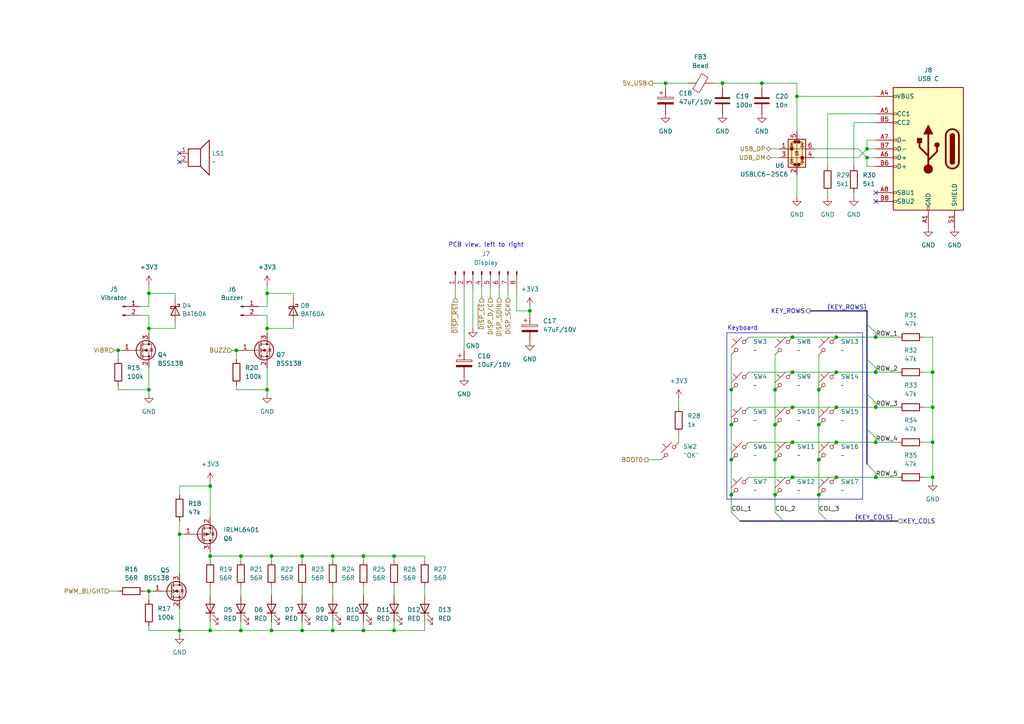
<source format=kicad_sch>
(kicad_sch (version 20231120) (generator "eeschema") (generator_version "8.0")
  (paper "A4")
  (title_block (title "Mainboard replacement for Nokia 3310") (date "23-11-2024") (rev "Rev A") (company "M17 Project") (comment 1 "Wojciech Kaczmarski, SP5WWP"))
  (lib_symbols
    (symbol "Connector:Conn_01x02_Pin" (pin_names (offset 1.016) hide)
      (property "Reference" "J" (at 0 2.54 0))
      (property "Value" "Conn_01x02_Pin" (at 0 -5.08 0))
      (symbol "Conn_01x02_Pin_1_1"
        (pin passive line (at 5.08 0 180) (length 3.81) (name "Pin_1") (number "1"))
        (pin passive line (at 5.08 -2.54 180) (length 3.81) (name "Pin_2") (number "2"))
      )
    )
    (symbol "Connector:Conn_01x08_Pin" (pin_names (offset 1.016) hide)
      (property "Reference" "J" (at 0 10.16 0))
      (property "Value" "Conn_01x08_Pin" (at 0 -12.7 0))
      (symbol "Conn_01x08_Pin_1_1"
        (pin passive line (at 5.08 7.62 180) (length 3.81) (name "Pin_1") (number "1"))
        (pin passive line (at 5.08 5.08 180) (length 3.81) (name "Pin_2") (number "2"))
        (pin passive line (at 5.08 2.54 180) (length 3.81) (name "Pin_3") (number "3"))
        (pin passive line (at 5.08 0 180) (length 3.81) (name "Pin_4") (number "4"))
        (pin passive line (at 5.08 -2.54 180) (length 3.81) (name "Pin_5") (number "5"))
        (pin passive line (at 5.08 -5.08 180) (length 3.81) (name "Pin_6") (number "6"))
        (pin passive line (at 5.08 -7.62 180) (length 3.81) (name "Pin_7") (number "7"))
        (pin passive line (at 5.08 -10.16 180) (length 3.81) (name "Pin_8") (number "8"))
      )
    )
    (symbol "Connector:USB_C_Receptacle_USB2.0_16P" (pin_names (offset 1.016))
      (property "Reference" "J" (at 0 22.225 0))
      (property "Value" "USB_C_Receptacle_USB2.0_16P" (at 0 19.685 0))
      (symbol "USB_C_Receptacle_USB2.0_16P_1_1"
        (pin passive line (at 0 -22.86 90) (length 5.08) (name "GND") (number "A1"))
        (pin passive line (at 0 -22.86 90) (length 5.08) hide (name "GND") (number "A12"))
        (pin passive line (at 15.24 15.24 180) (length 5.08) (name "VBUS") (number "A4"))
        (pin bidirectional line (at 15.24 10.16 180) (length 5.08) (name "CC1") (number "A5"))
        (pin bidirectional line (at 15.24 -2.54 180) (length 5.08) (name "D+") (number "A6"))
        (pin bidirectional line (at 15.24 2.54 180) (length 5.08) (name "D-") (number "A7"))
        (pin bidirectional line (at 15.24 -12.7 180) (length 5.08) (name "SBU1") (number "A8"))
        (pin passive line (at 15.24 15.24 180) (length 5.08) hide (name "VBUS") (number "A9"))
        (pin passive line (at 0 -22.86 90) (length 5.08) hide (name "GND") (number "B1"))
        (pin passive line (at 0 -22.86 90) (length 5.08) hide (name "GND") (number "B12"))
        (pin passive line (at 15.24 15.24 180) (length 5.08) hide (name "VBUS") (number "B4"))
        (pin bidirectional line (at 15.24 7.62 180) (length 5.08) (name "CC2") (number "B5"))
        (pin bidirectional line (at 15.24 -5.08 180) (length 5.08) (name "D+") (number "B6"))
        (pin bidirectional line (at 15.24 0 180) (length 5.08) (name "D-") (number "B7"))
        (pin bidirectional line (at 15.24 -15.24 180) (length 5.08) (name "SBU2") (number "B8"))
        (pin passive line (at 15.24 15.24 180) (length 5.08) hide (name "VBUS") (number "B9"))
        (pin passive line (at -7.62 -22.86 90) (length 5.08) (name "SHIELD") (number "S1"))
      )
    )
    (symbol "Device:C" (pin_numbers hide) (pin_names (offset 0.254))
      (property "Reference" "C" (at 0.635 2.54 0))
      (property "Value" "C" (at 0.635 -2.54 0))
      (symbol "C_1_1"
        (pin passive line (at 0 3.81 270) (length 2.794) (name "~") (number "1"))
        (pin passive line (at 0 -3.81 90) (length 2.794) (name "~") (number "2"))
      )
    )
    (symbol "Device:C_Polarized" (pin_numbers hide) (pin_names (offset 0.254))
      (property "Reference" "C" (at 0.635 2.54 0))
      (property "Value" "C_Polarized" (at 0.635 -2.54 0))
      (symbol "C_Polarized_1_1"
        (pin passive line (at 0 3.81 270) (length 2.794) (name "~") (number "1"))
        (pin passive line (at 0 -3.81 90) (length 2.794) (name "~") (number "2"))
      )
    )
    (symbol "Device:FerriteBead" (pin_numbers hide) (pin_names (offset 0))
      (property "Reference" "FB" (at -3.81 0.635 90))
      (property "Value" "FerriteBead" (at 3.81 0 90))
      (symbol "FerriteBead_1_1"
        (pin passive line (at 0 3.81 270) (length 2.54) (name "~") (number "1"))
        (pin passive line (at 0 -3.81 90) (length 2.54) (name "~") (number "2"))
      )
    )
    (symbol "Device:LED" (pin_numbers hide) (pin_names (offset 1.016) hide)
      (property "Reference" "D" (at 0 2.54 0))
      (property "Value" "LED" (at 0 -2.54 0))
      (symbol "LED_1_1"
        (pin passive line (at -3.81 0 0) (length 2.54) (name "K") (number "1"))
        (pin passive line (at 3.81 0 180) (length 2.54) (name "A") (number "2"))
      )
    )
    (symbol "Device:R" (pin_numbers hide) (pin_names (offset 0))
      (property "Reference" "R" (at 2.032 0 90))
      (property "Value" "R" (at 0 0 90))
      (symbol "R_1_1"
        (pin passive line (at 0 3.81 270) (length 1.27) (name "~") (number "1"))
        (pin passive line (at 0 -3.81 90) (length 1.27) (name "~") (number "2"))
      )
    )
    (symbol "Device:Speaker" (pin_names (offset 0) hide)
      (property "Reference" "LS" (at 1.27 5.715 0))
      (property "Value" "Speaker" (at 1.27 3.81 0))
      (symbol "Speaker_1_1"
        (pin input line (at -5.08 0 0) (length 2.54) (name "1") (number "1"))
        (pin input line (at -5.08 -2.54 0) (length 2.54) (name "2") (number "2"))
      )
    )
    (symbol "Diode:BAT60A" (pin_numbers hide) (pin_names (offset 1.016) hide)
      (property "Reference" "D" (at 0 2.54 0))
      (property "Value" "BAT60A" (at 0 -2.54 0))
      (symbol "BAT60A_1_1"
        (pin passive line (at -3.81 0 0) (length 2.54) (name "K") (number "1"))
        (pin passive line (at 3.81 0 180) (length 2.54) (name "A") (number "2"))
      )
    )
    (symbol "Power_Protection:USBLC6-2SC6" (pin_names hide)
      (property "Reference" "U" (at 0.635 5.715 0))
      (property "Value" "USBLC6-2SC6" (at 0.635 3.81 0))
      (symbol "USBLC6-2SC6_1_1"
        (pin passive line (at -5.08 0 0) (length 2.54) (name "I/O1") (number "1"))
        (pin passive line (at 0 -7.62 90) (length 2.54) (name "GND") (number "2"))
        (pin passive line (at -5.08 -2.54 0) (length 2.54) (name "I/O2") (number "3"))
        (pin passive line (at 5.08 -2.54 180) (length 2.54) (name "I/O2") (number "4"))
        (pin passive line (at 0 5.08 270) (length 2.54) (name "VBUS") (number "5"))
        (pin passive line (at 5.08 0 180) (length 2.54) (name "I/O1") (number "6"))
      )
    )
    (symbol "Switch:SW_Push_45deg" (pin_numbers hide) (pin_names (offset 1.016) hide)
      (property "Reference" "SW" (at 3.048 1.016 0))
      (property "Value" "SW_Push_45deg" (at 0 -3.81 0))
      (symbol "SW_Push_45deg_0_1"
        (pin passive line (at -2.54 2.54 0) (length 0) (name "1") (number "1"))
        (pin passive line (at 2.54 -2.54 180) (length 0) (name "2") (number "2"))
      )
    )
    (symbol "Transistor_FET:BSS138" (pin_names hide)
      (property "Reference" "Q" (at 5.08 1.905 0))
      (property "Value" "BSS138" (at 5.08 0 0))
      (symbol "BSS138_1_1"
        (pin input line (at -5.08 0 0) (length 2.54) (name "G") (number "1"))
        (pin passive line (at 2.54 -5.08 90) (length 2.54) (name "S") (number "2"))
        (pin passive line (at 2.54 5.08 270) (length 2.54) (name "D") (number "3"))
      )
    )
    (symbol "Transistor_FET:IRLML6401" (pin_names hide)
      (property "Reference" "Q" (at 5.08 1.905 0))
      (property "Value" "IRLML6401" (at 5.08 0 0))
      (symbol "IRLML6401_1_1"
        (pin input line (at -5.08 0 0) (length 2.54) (name "G") (number "1"))
        (pin passive line (at 2.54 -5.08 90) (length 2.54) (name "S") (number "2"))
        (pin passive line (at 2.54 5.08 270) (length 2.54) (name "D") (number "3"))
      )
    )
    (symbol "power:+3V3" (power) (pin_numbers hide) (pin_names (offset 0) hide)
      (property "Value" "+3V3" (at 0 3.556 0))
      (symbol "+3V3_1_1"
        (pin power_in line (at 0 0 90) (length 0) (name "~") (number "1"))
      )
    )
    (symbol "power:GND" (power) (pin_numbers hide) (pin_names (offset 0) hide)
      (property "Value" "GND" (at 0 -3.81 0))
      (symbol "GND_1_1"
        (pin power_in line (at 0 0 270) (length 0) (name "~") (number "1"))
      )
    )
  )
  (bus_alias "KEY_COLS" (members "COL_1" "COL_2" "COL_3"))
  (bus_alias "KEY_ROWS" (members "ROW_1" "ROW_2" "ROW_3" "ROW_4" "ROW_5"))
  (junction (at 231.14 27.94))
  (junction (at 87.63 161.29))
  (junction (at 212.09 133.35))
  (junction (at 224.79 143.51))
  (junction (at 77.47 113.03))
  (junction (at 229.87 128.27))
  (junction (at 270.51 128.27))
  (junction (at 237.49 133.35))
  (junction (at 43.18 113.03))
  (junction (at 60.96 140.97))
  (junction (at 69.85 182.88))
  (junction (at 105.41 182.88))
  (junction (at 224.79 133.35))
  (junction (at 212.09 143.51))
  (junction (at 69.85 161.29))
  (junction (at 34.29 101.6))
  (junction (at 209.55 24.13))
  (junction (at 78.74 182.88))
  (junction (at 251.46 45.72))
  (junction (at 212.09 113.03))
  (junction (at 237.49 143.51))
  (junction (at 96.52 161.29))
  (junction (at 254 118.11))
  (junction (at 220.98 24.13))
  (junction (at 270.51 118.11))
  (junction (at 242.57 138.43))
  (junction (at 229.87 107.95))
  (junction (at 77.47 85.09))
  (junction (at 254 97.79))
  (junction (at 78.74 161.29))
  (junction (at 224.79 123.19))
  (junction (at 96.52 182.88))
  (junction (at 77.47 95.25))
  (junction (at 193.04 24.13))
  (junction (at 52.07 154.94))
  (junction (at 251.46 43.18))
  (junction (at 114.3 182.88))
  (junction (at 254 107.95))
  (junction (at 114.3 161.29))
  (junction (at 229.87 97.79))
  (junction (at 237.49 113.03))
  (junction (at 270.51 138.43))
  (junction (at 237.49 123.19))
  (junction (at 43.18 95.25))
  (junction (at 60.96 182.88))
  (junction (at 224.79 113.03))
  (junction (at 87.63 182.88))
  (junction (at 153.67 90.17))
  (junction (at 60.96 161.29))
  (junction (at 212.09 123.19))
  (junction (at 105.41 161.29))
  (junction (at 242.57 107.95))
  (junction (at 254 138.43))
  (junction (at 229.87 118.11))
  (junction (at 242.57 97.79))
  (junction (at 68.58 101.6))
  (junction (at 254 128.27))
  (junction (at 242.57 128.27))
  (junction (at 229.87 138.43))
  (junction (at 43.18 171.45))
  (junction (at 242.57 118.11))
  (junction (at 52.07 182.88))
  (junction (at 270.51 107.95))
  (junction (at 43.18 85.09))
  (no_connect (at 254 58.42))
  (no_connect (at 254 55.88))
  (no_connect (at 52.07 46.99))
  (no_connect (at 52.07 44.45))
  (bus_entry (at 251.46 134.62) (size 2.54 2.54))
  (bus_entry (at 227.33 151.13) (size -2.54 -2.54))
  (bus_entry (at 251.46 93.98) (size 2.54 2.54))
  (bus_entry (at 251.46 114.3) (size 2.54 2.54))
  (bus_entry (at 240.03 151.13) (size -2.54 -2.54))
  (bus_entry (at 251.46 124.46) (size 2.54 2.54))
  (bus_entry (at 214.63 151.13) (size -2.54 -2.54))
  (bus_entry (at 251.46 104.14) (size 2.54 2.54))
  (wire (pts (xy 69.85 182.88) (xy 78.74 182.88)))
  (wire (pts (xy 247.65 55.88) (xy 247.65 57.15)))
  (wire (pts (xy 251.46 40.64) (xy 251.46 43.18)))
  (wire (pts (xy 196.85 115.57) (xy 196.85 118.11)))
  (wire (pts (xy 231.14 24.13) (xy 231.14 27.94)))
  (wire (pts (xy 123.19 182.88) (xy 123.19 180.34)))
  (wire (pts (xy 68.58 111.76) (xy 68.58 113.03)))
  (wire (pts (xy 74.93 91.44) (xy 77.47 91.44)))
  (wire (pts (xy 147.32 86.36) (xy 147.32 83.82)))
  (wire (pts (xy 105.41 161.29) (xy 114.3 161.29)))
  (wire (pts (xy 77.47 113.03) (xy 77.47 114.3)))
  (wire (pts (xy 50.8 86.36) (xy 50.8 85.09)))
  (wire (pts (xy 43.18 95.25) (xy 43.18 96.52)))
  (wire (pts (xy 254 107.95) (xy 260.35 107.95)))
  (wire (pts (xy 142.24 86.36) (xy 142.24 83.82)))
  (wire (pts (xy 78.74 182.88) (xy 87.63 182.88)))
  (wire (pts (xy 248.92 43.18) (xy 251.46 45.72)))
  (wire (pts (xy 231.14 27.94) (xy 231.14 38.1)))
  (wire (pts (xy 207.01 24.13) (xy 209.55 24.13)))
  (wire (pts (xy 247.65 35.56) (xy 254 35.56)))
  (wire (pts (xy 87.63 182.88) (xy 96.52 182.88)))
  (wire (pts (xy 60.96 160.02) (xy 60.96 161.29)))
  (wire (pts (xy 223.52 43.18) (xy 226.06 43.18)))
  (wire (pts (xy 77.47 88.9) (xy 77.47 85.09)))
  (wire (pts (xy 254 106.68) (xy 254 107.95)))
  (wire (pts (xy 242.57 118.11) (xy 254 118.11)))
  (wire (pts (xy 123.19 161.29) (xy 123.19 162.56)))
  (wire (pts (xy 60.96 182.88) (xy 69.85 182.88)))
  (wire (pts (xy 85.09 93.98) (xy 85.09 95.25)))
  (wire (pts (xy 229.87 107.95) (xy 242.57 107.95)))
  (wire (pts (xy 132.08 83.82) (xy 132.08 86.36)))
  (wire (pts (xy 69.85 180.34) (xy 69.85 182.88)))
  (wire (pts (xy 69.85 101.6) (xy 68.58 101.6)))
  (wire (pts (xy 85.09 95.25) (xy 77.47 95.25)))
  (bus (pts (xy 251.46 124.46) (xy 251.46 134.62)))
  (wire (pts (xy 77.47 85.09) (xy 77.47 82.55)))
  (wire (pts (xy 114.3 170.18) (xy 114.3 172.72)))
  (wire (pts (xy 231.14 24.13) (xy 220.98 24.13)))
  (wire (pts (xy 123.19 170.18) (xy 123.19 172.72)))
  (wire (pts (xy 43.18 171.45) (xy 43.18 173.99)))
  (wire (pts (xy 270.51 97.79) (xy 270.51 107.95)))
  (wire (pts (xy 52.07 182.88) (xy 52.07 184.15)))
  (wire (pts (xy 240.03 55.88) (xy 240.03 57.15)))
  (wire (pts (xy 60.96 170.18) (xy 60.96 172.72)))
  (wire (pts (xy 144.78 86.36) (xy 144.78 83.82)))
  (wire (pts (xy 223.52 45.72) (xy 226.06 45.72)))
  (wire (pts (xy 224.79 143.51) (xy 224.79 148.59)))
  (wire (pts (xy 217.17 128.27) (xy 229.87 128.27)))
  (wire (pts (xy 87.63 170.18) (xy 87.63 172.72)))
  (wire (pts (xy 229.87 138.43) (xy 242.57 138.43)))
  (wire (pts (xy 254 96.52) (xy 254 97.79)))
  (wire (pts (xy 251.46 45.72) (xy 254 45.72)))
  (wire (pts (xy 105.41 170.18) (xy 105.41 172.72)))
  (wire (pts (xy 254 116.84) (xy 254 118.11)))
  (wire (pts (xy 212.09 143.51) (xy 212.09 148.59)))
  (wire (pts (xy 247.65 48.26) (xy 247.65 35.56)))
  (wire (pts (xy 224.79 123.19) (xy 224.79 133.35)))
  (wire (pts (xy 105.41 180.34) (xy 105.41 182.88)))
  (wire (pts (xy 69.85 170.18) (xy 69.85 172.72)))
  (wire (pts (xy 212.09 113.03) (xy 212.09 123.19)))
  (wire (pts (xy 43.18 85.09) (xy 43.18 82.55)))
  (wire (pts (xy 60.96 139.7) (xy 60.96 140.97)))
  (wire (pts (xy 87.63 162.56) (xy 87.63 161.29)))
  (bus (pts (xy 251.46 90.17) (xy 251.46 93.98)))
  (wire (pts (xy 212.09 133.35) (xy 212.09 143.51)))
  (wire (pts (xy 43.18 182.88) (xy 52.07 182.88)))
  (wire (pts (xy 105.41 182.88) (xy 114.3 182.88)))
  (wire (pts (xy 242.57 128.27) (xy 254 128.27)))
  (wire (pts (xy 270.51 138.43) (xy 267.97 138.43)))
  (wire (pts (xy 68.58 113.03) (xy 77.47 113.03)))
  (wire (pts (xy 52.07 143.51) (xy 52.07 140.97)))
  (wire (pts (xy 34.29 111.76) (xy 34.29 113.03)))
  (wire (pts (xy 114.3 162.56) (xy 114.3 161.29)))
  (wire (pts (xy 153.67 90.17) (xy 149.86 90.17)))
  (wire (pts (xy 33.02 101.6) (xy 34.29 101.6)))
  (wire (pts (xy 237.49 102.87) (xy 237.49 113.03)))
  (bus (pts (xy 251.46 114.3) (xy 251.46 124.46)))
  (wire (pts (xy 224.79 102.87) (xy 224.79 113.03)))
  (wire (pts (xy 52.07 182.88) (xy 60.96 182.88)))
  (wire (pts (xy 254 97.79) (xy 260.35 97.79)))
  (wire (pts (xy 31.75 171.45) (xy 34.29 171.45)))
  (wire (pts (xy 270.51 118.11) (xy 270.51 128.27)))
  (wire (pts (xy 224.79 133.35) (xy 224.79 143.51)))
  (wire (pts (xy 187.96 133.35) (xy 191.77 133.35)))
  (wire (pts (xy 78.74 161.29) (xy 78.74 162.56)))
  (wire (pts (xy 52.07 151.13) (xy 52.07 154.94)))
  (bus (pts (xy 240.03 151.13) (xy 260.35 151.13)))
  (bus (pts (xy 251.46 104.14) (xy 251.46 114.3)))
  (wire (pts (xy 34.29 113.03) (xy 43.18 113.03)))
  (wire (pts (xy 149.86 90.17) (xy 149.86 83.82)))
  (wire (pts (xy 254 33.02) (xy 240.03 33.02)))
  (wire (pts (xy 40.64 91.44) (xy 43.18 91.44)))
  (wire (pts (xy 254 40.64) (xy 251.46 40.64)))
  (wire (pts (xy 96.52 180.34) (xy 96.52 182.88)))
  (wire (pts (xy 43.18 181.61) (xy 43.18 182.88)))
  (wire (pts (xy 134.62 83.82) (xy 134.62 101.6)))
  (wire (pts (xy 209.55 25.4) (xy 209.55 24.13)))
  (wire (pts (xy 217.17 118.11) (xy 229.87 118.11)))
  (wire (pts (xy 74.93 88.9) (xy 77.47 88.9)))
  (bus (pts (xy 251.46 93.98) (xy 251.46 104.14)))
  (wire (pts (xy 217.17 97.79) (xy 229.87 97.79)))
  (wire (pts (xy 254 128.27) (xy 260.35 128.27)))
  (wire (pts (xy 60.96 161.29) (xy 60.96 162.56)))
  (wire (pts (xy 114.3 161.29) (xy 123.19 161.29)))
  (wire (pts (xy 237.49 143.51) (xy 237.49 148.59)))
  (wire (pts (xy 43.18 113.03) (xy 43.18 114.3)))
  (wire (pts (xy 43.18 106.68) (xy 43.18 113.03)))
  (wire (pts (xy 212.09 123.19) (xy 212.09 133.35)))
  (wire (pts (xy 153.67 90.17) (xy 153.67 91.44)))
  (wire (pts (xy 240.03 33.02) (xy 240.03 48.26)))
  (wire (pts (xy 209.55 24.13) (xy 220.98 24.13)))
  (wire (pts (xy 251.46 43.18) (xy 248.92 45.72)))
  (wire (pts (xy 254 118.11) (xy 260.35 118.11)))
  (wire (pts (xy 217.17 107.95) (xy 229.87 107.95)))
  (wire (pts (xy 212.09 102.87) (xy 212.09 113.03)))
  (wire (pts (xy 254 137.16) (xy 254 138.43)))
  (wire (pts (xy 236.22 45.72) (xy 248.92 45.72)))
  (wire (pts (xy 96.52 161.29) (xy 105.41 161.29)))
  (wire (pts (xy 77.47 95.25) (xy 77.47 96.52)))
  (wire (pts (xy 267.97 128.27) (xy 270.51 128.27)))
  (wire (pts (xy 78.74 180.34) (xy 78.74 182.88)))
  (wire (pts (xy 52.07 176.53) (xy 52.07 182.88)))
  (wire (pts (xy 41.91 171.45) (xy 43.18 171.45)))
  (wire (pts (xy 242.57 107.95) (xy 254 107.95)))
  (wire (pts (xy 43.18 88.9) (xy 43.18 85.09)))
  (wire (pts (xy 44.45 171.45) (xy 43.18 171.45)))
  (wire (pts (xy 242.57 97.79) (xy 254 97.79)))
  (wire (pts (xy 254 138.43) (xy 260.35 138.43)))
  (wire (pts (xy 87.63 180.34) (xy 87.63 182.88)))
  (wire (pts (xy 237.49 123.19) (xy 237.49 133.35)))
  (wire (pts (xy 69.85 162.56) (xy 69.85 161.29)))
  (wire (pts (xy 114.3 180.34) (xy 114.3 182.88)))
  (wire (pts (xy 77.47 106.68) (xy 77.47 113.03)))
  (wire (pts (xy 224.79 113.03) (xy 224.79 123.19)))
  (wire (pts (xy 52.07 154.94) (xy 52.07 166.37)))
  (wire (pts (xy 52.07 140.97) (xy 60.96 140.97)))
  (wire (pts (xy 199.39 24.13) (xy 193.04 24.13)))
  (wire (pts (xy 267.97 97.79) (xy 270.51 97.79)))
  (wire (pts (xy 60.96 161.29) (xy 69.85 161.29)))
  (wire (pts (xy 267.97 118.11) (xy 270.51 118.11)))
  (bus (pts (xy 234.95 90.17) (xy 251.46 90.17)))
  (wire (pts (xy 114.3 182.88) (xy 123.19 182.88)))
  (wire (pts (xy 43.18 85.09) (xy 50.8 85.09)))
  (wire (pts (xy 236.22 43.18) (xy 248.92 43.18)))
  (bus (pts (xy 214.63 151.13) (xy 227.33 151.13)))
  (wire (pts (xy 251.46 43.18) (xy 254 43.18)))
  (wire (pts (xy 270.51 128.27) (xy 270.51 138.43)))
  (wire (pts (xy 105.41 162.56) (xy 105.41 161.29)))
  (wire (pts (xy 229.87 118.11) (xy 242.57 118.11)))
  (wire (pts (xy 52.07 154.94) (xy 53.34 154.94)))
  (wire (pts (xy 60.96 180.34) (xy 60.96 182.88)))
  (wire (pts (xy 237.49 133.35) (xy 237.49 143.51)))
  (wire (pts (xy 153.67 88.9) (xy 153.67 90.17)))
  (wire (pts (xy 139.7 83.82) (xy 139.7 86.36)))
  (wire (pts (xy 96.52 161.29) (xy 96.52 162.56)))
  (wire (pts (xy 96.52 182.88) (xy 105.41 182.88)))
  (wire (pts (xy 77.47 91.44) (xy 77.47 95.25)))
  (wire (pts (xy 270.51 138.43) (xy 270.51 139.7)))
  (wire (pts (xy 43.18 91.44) (xy 43.18 95.25)))
  (wire (pts (xy 254 27.94) (xy 231.14 27.94)))
  (wire (pts (xy 87.63 161.29) (xy 96.52 161.29)))
  (wire (pts (xy 69.85 161.29) (xy 78.74 161.29)))
  (wire (pts (xy 96.52 170.18) (xy 96.52 172.72)))
  (wire (pts (xy 231.14 50.8) (xy 231.14 57.15)))
  (wire (pts (xy 50.8 93.98) (xy 50.8 95.25)))
  (wire (pts (xy 78.74 161.29) (xy 87.63 161.29)))
  (wire (pts (xy 220.98 24.13) (xy 220.98 25.4)))
  (wire (pts (xy 85.09 86.36) (xy 85.09 85.09)))
  (wire (pts (xy 35.56 101.6) (xy 34.29 101.6)))
  (wire (pts (xy 60.96 140.97) (xy 60.96 149.86)))
  (wire (pts (xy 78.74 170.18) (xy 78.74 172.72)))
  (wire (pts (xy 50.8 95.25) (xy 43.18 95.25)))
  (wire (pts (xy 270.51 107.95) (xy 270.51 118.11)))
  (wire (pts (xy 254 127) (xy 254 128.27)))
  (wire (pts (xy 251.46 48.26) (xy 251.46 45.72)))
  (wire (pts (xy 34.29 101.6) (xy 34.29 104.14)))
  (wire (pts (xy 193.04 24.13) (xy 193.04 25.4)))
  (wire (pts (xy 242.57 138.43) (xy 254 138.43)))
  (wire (pts (xy 254 48.26) (xy 251.46 48.26)))
  (wire (pts (xy 77.47 85.09) (xy 85.09 85.09)))
  (wire (pts (xy 68.58 101.6) (xy 68.58 104.14)))
  (wire (pts (xy 229.87 128.27) (xy 242.57 128.27)))
  (wire (pts (xy 237.49 113.03) (xy 237.49 123.19)))
  (wire (pts (xy 67.31 101.6) (xy 68.58 101.6)))
  (bus (pts (xy 240.03 151.13) (xy 227.33 151.13)))
  (wire (pts (xy 196.85 125.73) (xy 196.85 128.27)))
  (wire (pts (xy 217.17 138.43) (xy 229.87 138.43)))
  (wire (pts (xy 229.87 97.79) (xy 242.57 97.79)))
  (wire (pts (xy 267.97 107.95) (xy 270.51 107.95)))
  (wire (pts (xy 189.23 24.13) (xy 193.04 24.13)))
  (wire (pts (xy 40.64 88.9) (xy 43.18 88.9)))
  (wire (pts (xy 137.16 95.25) (xy 137.16 83.82)))
  (rectangle (start 210.82 96.52) (end 250.19 144.78))
  (text "Keyboard" (at 215.392 95.25 0) (effects (font (size 1.27 1.27))))
  (text "PCB view, left to right" (at 140.97 71.12 0) (effects (font (size 1.27 1.27))))
  (label "ROW_3" (at 254 118.11 0))
  (label "ROW_2" (at 254 107.95 0))
  (label "{KEY_COLS}" (at 259.08 151.13 180))
  (label "ROW_4" (at 254 128.27 0))
  (label "COL_3" (at 237.49 148.59 0))
  (label "ROW_5" (at 254 138.43 0))
  (label "{KEY_ROWS}" (at 251.46 90.17 180))
  (label "COL_2" (at 224.79 148.59 0))
  (label "COL_1" (at 212.09 148.59 0))
  (label "ROW_1" (at 254 97.79 0))
  (hierarchical_label "USB_DP" (shape bidirectional) (at 223.52 43.18 180))
  (hierarchical_label "DISP_D{slash}C" (shape input) (at 142.24 86.36 270))
  (hierarchical_label "BUZZ" (shape input) (at 67.31 101.6 180))
  (hierarchical_label "UDB_DM" (shape bidirectional) (at 223.52 45.72 180))
  (hierarchical_label "KEY_ROWS" (shape output) (at 234.95 90.17 180))
  (hierarchical_label "BOOT0" (shape output) (at 187.96 133.35 180))
  (hierarchical_label "DISP_SCK" (shape input) (at 147.32 86.36 270))
  (hierarchical_label "KEY_COLS" (shape input) (at 260.35 151.13 0))
  (hierarchical_label "~{DISP_RST}" (shape input) (at 132.08 86.36 270))
  (hierarchical_label "5V_USB" (shape output) (at 189.23 24.13 180))
  (hierarchical_label "DISP_SDIN" (shape input) (at 144.78 86.36 270))
  (hierarchical_label "PWM_BLIGHT" (shape input) (at 31.75 171.45 180))
  (hierarchical_label "~{DISP_CE}" (shape input) (at 139.7 86.36 270))
  (hierarchical_label "VIBR" (shape input) (at 33.02 101.6 180))
  (symbol (lib_id "Switch:SW_Push_45deg") (at 214.63 130.81 90) (unit 1) (in_bom no)
    (property "Reference" "SW6" (at 218.44 129.5399 90) (effects (justify right)))
    (property "Value" "~" (at 218.44 132.0799 90) (effects (justify right)))
    (property "Footprint" "Parts:3310_key" (effects (hide yes)))
    (property "Description" "Push button switch, normally open, two pins, 45° tilted" (effects (hide yes)))
  )
  (symbol (lib_id "power:GND") (at 276.86 66.04 0) (unit 1)
    (property "Reference" "#PWR067" (effects (hide yes)))
    (property "Value" "GND" (at 276.86 71.12 0))
    (property "Description" "Power symbol creates a global label with name \"GND\" , ground" (effects (hide yes)))
  )
  (symbol (lib_id "Transistor_FET:BSS138") (at 74.93 101.6 0) (unit 1)
    (property "Reference" "Q7" (at 80.01 102.87 0) (effects (justify left)))
    (property "Value" "BSS138" (at 80.01 105.41 0) (effects (justify left)))
    (property "Footprint" "Package_TO_SOT_SMD:SOT-23" (effects (hide yes)))
    (property "Datasheet" "https://www.onsemi.com/pub/Collateral/BSS138-D.PDF" (effects (hide yes)))
    (property "Description" "50V Vds, 0.22A Id, N-Channel MOSFET, SOT-23" (effects (hide yes)))
    (property "MPN" "771-BSS138P215" (effects (hide yes)))
    (property "PN" "771-BSS138P215" (effects (hide yes)))
  )
  (symbol (lib_id "power:GND") (at 220.98 33.02 0) (unit 1)
    (property "Reference" "#PWR061" (effects (hide yes)))
    (property "Value" "GND" (at 220.98 38.1 0))
    (property "Description" "Power symbol creates a global label with name \"GND\" , ground" (effects (hide yes)))
  )
  (symbol (lib_id "Device:LED") (at 60.96 176.53 90) (unit 1)
    (property "Reference" "D5" (at 64.77 176.8474 90) (effects (justify right)))
    (property "Value" "RED" (at 64.77 179.3874 90) (effects (justify right)))
    (property "Footprint" "Parts:3310_led" (effects (hide yes)))
    (property "Description" "Light emitting diode" (effects (hide yes)))
    (property "MPN" "743-IN-S124ARUR" (effects (hide yes)))
    (property "PN" "743-IN-S124ARUR" (effects (hide yes)))
  )
  (symbol (lib_id "Switch:SW_Push_45deg") (at 227.33 130.81 90) (unit 1) (in_bom no)
    (property "Reference" "SW11" (at 231.14 129.5399 90) (effects (justify right)))
    (property "Value" "~" (at 231.14 132.0799 90) (effects (justify right)))
    (property "Footprint" "Parts:3310_key" (effects (hide yes)))
    (property "Description" "Push button switch, normally open, two pins, 45° tilted" (effects (hide yes)))
  )
  (symbol (lib_id "Device:R") (at 38.1 171.45 90) (unit 1)
    (property "Reference" "R16" (at 38.1 165.1 90))
    (property "Value" "56R" (at 38.1 167.64 90))
    (property "Footprint" "Resistor_SMD:R_0402_1005Metric" (effects (hide yes)))
    (property "Description" "Resistor" (effects (hide yes)))
    (property "PN" "667-ERJ-2GEJ560X" (effects (hide yes)))
    (property "MPN" "667-ERJ-2GEJ560X" (effects (hide yes)))
  )
  (symbol (lib_id "Device:LED") (at 105.41 176.53 90) (unit 1)
    (property "Reference" "D11" (at 109.22 176.8474 90) (effects (justify right)))
    (property "Value" "RED" (at 109.22 179.3874 90) (effects (justify right)))
    (property "Footprint" "Parts:3310_led" (effects (hide yes)))
    (property "Description" "Light emitting diode" (effects (hide yes)))
    (property "MPN" "743-IN-S124ARUR" (effects (hide yes)))
    (property "PN" "743-IN-S124ARUR" (effects (hide yes)))
  )
  (symbol (lib_id "Switch:SW_Push_45deg") (at 227.33 110.49 90) (unit 1) (in_bom no)
    (property "Reference" "SW9" (at 231.14 109.2199 90) (effects (justify right)))
    (property "Value" "~" (at 231.14 111.7599 90) (effects (justify right)))
    (property "Footprint" "Parts:3310_key" (effects (hide yes)))
    (property "Description" "Push button switch, normally open, two pins, 45° tilted" (effects (hide yes)))
  )
  (symbol (lib_id "power:+3V3") (at 60.96 139.7 0) (unit 1)
    (property "Reference" "#PWR051" (effects (hide yes)))
    (property "Value" "+3V3" (at 60.96 134.62 0))
    (property "Description" "Power symbol creates a global label with name \"+3V3\"" (effects (hide yes)))
  )
  (symbol (lib_id "Device:R") (at 78.74 166.37 0) (unit 1)
    (property "Reference" "R22" (at 81.28 165.0999 0) (effects (justify left)))
    (property "Value" "56R" (at 81.28 167.6399 0) (effects (justify left)))
    (property "Footprint" "Resistor_SMD:R_0402_1005Metric" (effects (hide yes)))
    (property "Description" "Resistor" (effects (hide yes)))
    (property "PN" "667-ERJ-2GEJ560X" (effects (hide yes)))
    (property "MPN" "667-ERJ-2GEJ560X" (effects (hide yes)))
  )
  (symbol (lib_id "Device:LED") (at 114.3 176.53 90) (unit 1)
    (property "Reference" "D12" (at 118.11 176.8474 90) (effects (justify right)))
    (property "Value" "RED" (at 118.11 179.3874 90) (effects (justify right)))
    (property "Footprint" "Parts:3310_led" (effects (hide yes)))
    (property "Description" "Light emitting diode" (effects (hide yes)))
    (property "MPN" "743-IN-S124ARUR" (effects (hide yes)))
    (property "PN" "743-IN-S124ARUR" (effects (hide yes)))
  )
  (symbol (lib_id "power:GND") (at 134.62 109.22 0) (unit 1)
    (property "Reference" "#PWR054" (effects (hide yes)))
    (property "Value" "GND" (at 134.62 114.3 0))
    (property "Description" "Power symbol creates a global label with name \"GND\" , ground" (effects (hide yes)))
  )
  (symbol (lib_id "Device:R") (at 264.16 97.79 270) (unit 1)
    (property "Reference" "R31" (at 264.16 91.44 90))
    (property "Value" "47k" (at 264.16 93.98 90))
    (property "Footprint" "Resistor_SMD:R_0402_1005Metric" (effects (hide yes)))
    (property "Description" "Resistor" (effects (hide yes)))
    (property "PN" "652-CR0402JW-473GLF" (effects (hide yes)))
    (property "MPN" "652-CR0402JW-473GLF" (effects (hide yes)))
  )
  (symbol (lib_id "power:GND") (at 231.14 57.15 0) (unit 1)
    (property "Reference" "#PWR062" (effects (hide yes)))
    (property "Value" "GND" (at 231.14 62.23 0))
    (property "Description" "Power symbol creates a global label with name \"GND\" , ground" (effects (hide yes)))
  )
  (symbol (lib_id "Connector:Conn_01x08_Pin") (at 139.7 78.74 90) (mirror x) (unit 1) (in_bom no)
    (property "Reference" "J7" (at 140.97 73.66 90))
    (property "Value" "Display" (at 140.97 76.2 90))
    (property "Footprint" "Parts:3310_display" (effects (hide yes)))
    (property "Description" "Generic connector, single row, 01x08, script generated" (effects (hide yes)))
  )
  (symbol (lib_id "Device:R") (at 96.52 166.37 0) (unit 1)
    (property "Reference" "R24" (at 99.06 165.0999 0) (effects (justify left)))
    (property "Value" "56R" (at 99.06 167.6399 0) (effects (justify left)))
    (property "Footprint" "Resistor_SMD:R_0402_1005Metric" (effects (hide yes)))
    (property "Description" "Resistor" (effects (hide yes)))
    (property "PN" "667-ERJ-2GEJ560X" (effects (hide yes)))
    (property "MPN" "667-ERJ-2GEJ560X" (effects (hide yes)))
  )
  (symbol (lib_id "Device:R") (at 247.65 52.07 0) (unit 1)
    (property "Reference" "R30" (at 250.19 50.7999 0) (effects (justify left)))
    (property "Value" "5k1" (at 250.19 53.3399 0) (effects (justify left)))
    (property "Footprint" "Resistor_SMD:R_0402_1005Metric" (effects (hide yes)))
    (property "Description" "Resistor" (effects (hide yes)))
    (property "PN" "660-RK73B1ETTP512J" (effects (hide yes)))
    (property "MPN" "660-RK73B1ETTP512J" (effects (hide yes)))
  )
  (symbol (lib_id "Power_Protection:USBLC6-2SC6") (at 231.14 43.18 0) (unit 1)
    (property "Reference" "U6" (at 224.79 48.006 0) (effects (justify left)))
    (property "Value" "USBLC6-2SC6" (at 214.63 50.546 0) (effects (justify left)))
    (property "Footprint" "Package_TO_SOT_SMD:SOT-23-6" (effects (hide yes)))
    (property "Datasheet" "https://www.st.com/resource/en/datasheet/usblc6-2.pdf" (effects (hide yes)))
    (property "Description" "Very low capacitance ESD protection diode, 2 data-line, SOT-23-6" (effects (hide yes)))
    (property "PN" "511-USBLC6-2SC6" (effects (hide yes)))
    (property "MPN" "511-USBLC6-2SC6" (effects (hide yes)))
  )
  (symbol (lib_id "power:GND") (at 137.16 95.25 0) (unit 1)
    (property "Reference" "#PWR055" (effects (hide yes)))
    (property "Value" "GND" (at 137.16 100.33 0))
    (property "Description" "Power symbol creates a global label with name \"GND\" , ground" (effects (hide yes)))
  )
  (symbol (lib_id "Switch:SW_Push_45deg") (at 214.63 100.33 90) (unit 1) (in_bom no)
    (property "Reference" "SW3" (at 218.44 99.0599 90) (effects (justify right)))
    (property "Value" "~" (at 218.44 101.5999 90) (effects (justify right)))
    (property "Footprint" "Parts:3310_key" (effects (hide yes)))
    (property "Description" "Push button switch, normally open, two pins, 45° tilted" (effects (hide yes)))
  )
  (symbol (lib_id "Switch:SW_Push_45deg") (at 214.63 110.49 90) (unit 1) (in_bom no)
    (property "Reference" "SW4" (at 218.44 109.2199 90) (effects (justify right)))
    (property "Value" "~" (at 218.44 111.7599 90) (effects (justify right)))
    (property "Footprint" "Parts:3310_key" (effects (hide yes)))
    (property "Description" "Push button switch, normally open, two pins, 45° tilted" (effects (hide yes)))
  )
  (symbol (lib_id "Switch:SW_Push_45deg") (at 214.63 140.97 90) (unit 1) (in_bom no)
    (property "Reference" "SW7" (at 218.44 139.6999 90) (effects (justify right)))
    (property "Value" "~" (at 218.44 142.2399 90) (effects (justify right)))
    (property "Footprint" "Parts:3310_key" (effects (hide yes)))
    (property "Description" "Push button switch, normally open, two pins, 45° tilted" (effects (hide yes)))
  )
  (symbol (lib_id "Switch:SW_Push_45deg") (at 240.03 130.81 90) (unit 1) (in_bom no)
    (property "Reference" "SW16" (at 243.84 129.5399 90) (effects (justify right)))
    (property "Value" "~" (at 243.84 132.0799 90) (effects (justify right)))
    (property "Footprint" "Parts:3310_key_gap" (effects (hide yes)))
    (property "Description" "Push button switch, normally open, two pins, 45° tilted" (effects (hide yes)))
  )
  (symbol (lib_id "Switch:SW_Push_45deg") (at 227.33 120.65 90) (unit 1) (in_bom no)
    (property "Reference" "SW10" (at 231.14 119.3799 90) (effects (justify right)))
    (property "Value" "~" (at 231.14 121.9199 90) (effects (justify right)))
    (property "Footprint" "Parts:3310_key" (effects (hide yes)))
    (property "Description" "Push button switch, normally open, two pins, 45° tilted" (effects (hide yes)))
  )
  (symbol (lib_id "Device:C_Polarized") (at 193.04 29.21 0) (unit 1)
    (property "Reference" "C18" (at 196.85 27.0509 0) (effects (justify left)))
    (property "Value" "47uF/10V" (at 196.85 29.5909 0) (effects (justify left)))
    (property "Footprint" "Capacitor_Tantalum_SMD:CP_EIA-3528-21_Kemet-B" (effects (hide yes)))
    (property "Description" "Polarized capacitor" (effects (hide yes)))
    (property "PN" "74-293D476X9010B2TE3" (effects (hide yes)))
    (property "MPN" "74-293D476X9010B2TE3" (effects (hide yes)))
  )
  (symbol (lib_id "Switch:SW_Push_45deg") (at 214.63 120.65 90) (unit 1) (in_bom no)
    (property "Reference" "SW5" (at 218.44 119.3799 90) (effects (justify right)))
    (property "Value" "~" (at 218.44 121.9199 90) (effects (justify right)))
    (property "Footprint" "Parts:3310_key" (effects (hide yes)))
    (property "Description" "Push button switch, normally open, two pins, 45° tilted" (effects (hide yes)))
  )
  (symbol (lib_id "Device:R") (at 105.41 166.37 0) (unit 1)
    (property "Reference" "R25" (at 107.95 165.0999 0) (effects (justify left)))
    (property "Value" "56R" (at 107.95 167.6399 0) (effects (justify left)))
    (property "Footprint" "Resistor_SMD:R_0402_1005Metric" (effects (hide yes)))
    (property "Description" "Resistor" (effects (hide yes)))
    (property "PN" "667-ERJ-2GEJ560X" (effects (hide yes)))
    (property "MPN" "667-ERJ-2GEJ560X" (effects (hide yes)))
  )
  (symbol (lib_id "Device:R") (at 34.29 107.95 180) (unit 1)
    (property "Reference" "R15" (at 36.7904 106.6799 0) (effects (justify right)))
    (property "Value" "100k" (at 36.7904 109.2199 0) (effects (justify right)))
    (property "Footprint" "Resistor_SMD:R_0402_1005Metric" (effects (hide yes)))
    (property "Description" "Resistor" (effects (hide yes)))
    (property "PN" "603-RC0402JR-13100KL" (effects (hide yes)))
    (property "MPN" "603-RC0402JR-13100KL" (effects (hide yes)))
  )
  (symbol (lib_id "power:+3V3") (at 153.67 88.9 0) (unit 1)
    (property "Reference" "#PWR056" (effects (hide yes)))
    (property "Value" "+3V3" (at 153.67 83.82 0))
    (property "Description" "Power symbol creates a global label with name \"+3V3\"" (effects (hide yes)))
  )
  (symbol (lib_id "Device:C_Polarized") (at 134.62 105.41 0) (unit 1)
    (property "Reference" "C16" (at 138.43 103.2509 0) (effects (justify left)))
    (property "Value" "10uF/10V" (at 138.43 105.7909 0) (effects (justify left)))
    (property "Footprint" "Capacitor_Tantalum_SMD:CP_EIA-3528-21_Kemet-B" (effects (hide yes)))
    (property "Description" "Polarized capacitor" (effects (hide yes)))
    (property "PN" "581-TAJB106K010SNJ" (effects (hide yes)))
    (property "MPN" "581-TAJB106K010SNJ" (effects (hide yes)))
  )
  (symbol (lib_id "Diode:BAT60A") (at 85.09 90.17 270) (unit 1)
    (property "Reference" "D8" (at 87.122 88.6403 90) (effects (justify left)))
    (property "Value" "BAT60A" (at 87.122 91.0646 90) (effects (justify left)))
    (property "Footprint" "Diode_SMD:D_SOD-323" (effects (hide yes)))
    (property "Datasheet" "https://www.infineon.com/dgdl/Infineon-BAT60ASERIES-DS-v01_01-en.pdf?fileId=db3a304313d846880113def70c9304a9" (effects (hide yes)))
    (property "Description" "10V 3A High Current Recitifier Schottky Diode, SOD-323" (effects (hide yes)))
    (property "PN" "726-BAT60AE6327HTSA1" (effects (hide yes)))
    (property "MPN" "726-BAT60AE6327HTSA1" (effects (hide yes)))
  )
  (symbol (lib_id "power:+3V3") (at 43.18 82.55 0) (unit 1)
    (property "Reference" "#PWR048" (effects (hide yes)))
    (property "Value" "+3V3" (at 43.18 77.47 0))
    (property "Description" "Power symbol creates a global label with name \"+3V3\"" (effects (hide yes)))
  )
  (symbol (lib_id "power:GND") (at 193.04 33.02 0) (unit 1)
    (property "Reference" "#PWR058" (effects (hide yes)))
    (property "Value" "GND" (at 193.04 38.1 0))
    (property "Description" "Power symbol creates a global label with name \"GND\" , ground" (effects (hide yes)))
  )
  (symbol (lib_id "power:+3V3") (at 196.85 115.57 0) (unit 1)
    (property "Reference" "#PWR059" (effects (hide yes)))
    (property "Value" "+3V3" (at 196.85 110.49 0))
    (property "Description" "Power symbol creates a global label with name \"+3V3\"" (effects (hide yes)))
  )
  (symbol (lib_id "Transistor_FET:IRLML6401") (at 58.42 154.94 0) (mirror x) (unit 1)
    (property "Reference" "Q6" (at 64.77 156.2101 0) (effects (justify left)))
    (property "Value" "IRLML6401" (at 64.77 153.6701 0) (effects (justify left)))
    (property "Footprint" "Package_TO_SOT_SMD:SOT-23" (effects (hide yes)))
    (property "Datasheet" "https://www.infineon.com/dgdl/irlml6401pbf.pdf?fileId=5546d462533600a401535668b96d2634" (effects (hide yes)))
    (property "Description" "-4.3A Id, -12V Vds, 50mOhm Rds, P-Channel HEXFET Power MOSFET, SOT-23" (effects (hide yes)))
    (property "MPN" "942-IRLML6401TRPBF" (effects (hide yes)))
    (property "PN" "942-IRLML6401TRPBF" (effects (hide yes)))
  )
  (symbol (lib_id "power:+3V3") (at 77.47 82.55 0) (unit 1)
    (property "Reference" "#PWR052" (effects (hide yes)))
    (property "Value" "+3V3" (at 77.47 77.47 0))
    (property "Description" "Power symbol creates a global label with name \"+3V3\"" (effects (hide yes)))
  )
  (symbol (lib_id "Device:LED") (at 69.85 176.53 90) (unit 1)
    (property "Reference" "D6" (at 73.66 176.8474 90) (effects (justify right)))
    (property "Value" "RED" (at 73.66 179.3874 90) (effects (justify right)))
    (property "Footprint" "Parts:3310_led" (effects (hide yes)))
    (property "Description" "Light emitting diode" (effects (hide yes)))
    (property "MPN" "743-IN-S124ARUR" (effects (hide yes)))
    (property "PN" "743-IN-S124ARUR" (effects (hide yes)))
  )
  (symbol (lib_id "power:GND") (at 240.03 57.15 0) (unit 1)
    (property "Reference" "#PWR063" (effects (hide yes)))
    (property "Value" "GND" (at 240.03 62.23 0))
    (property "Description" "Power symbol creates a global label with name \"GND\" , ground" (effects (hide yes)))
  )
  (symbol (lib_id "Device:LED") (at 123.19 176.53 90) (unit 1)
    (property "Reference" "D13" (at 127 176.8474 90) (effects (justify right)))
    (property "Value" "RED" (at 127 179.3874 90) (effects (justify right)))
    (property "Footprint" "Parts:3310_led" (effects (hide yes)))
    (property "Description" "Light emitting diode" (effects (hide yes)))
    (property "MPN" "743-IN-S124ARUR" (effects (hide yes)))
    (property "PN" "743-IN-S124ARUR" (effects (hide yes)))
  )
  (symbol (lib_id "Device:R") (at 69.85 166.37 0) (unit 1)
    (property "Reference" "R21" (at 72.39 165.0999 0) (effects (justify left)))
    (property "Value" "56R" (at 72.39 167.6399 0) (effects (justify left)))
    (property "Footprint" "Resistor_SMD:R_0402_1005Metric" (effects (hide yes)))
    (property "Description" "Resistor" (effects (hide yes)))
    (property "PN" "667-ERJ-2GEJ560X" (effects (hide yes)))
    (property "MPN" "667-ERJ-2GEJ560X" (effects (hide yes)))
  )
  (symbol (lib_id "Device:R") (at 264.16 118.11 270) (unit 1)
    (property "Reference" "R33" (at 264.16 111.76 90))
    (property "Value" "47k" (at 264.16 114.3 90))
    (property "Footprint" "Resistor_SMD:R_0402_1005Metric" (effects (hide yes)))
    (property "Description" "Resistor" (effects (hide yes)))
    (property "PN" "652-CR0402JW-473GLF" (effects (hide yes)))
    (property "MPN" "652-CR0402JW-473GLF" (effects (hide yes)))
  )
  (symbol (lib_id "Device:C") (at 220.98 29.21 0) (unit 1)
    (property "Reference" "C20" (at 224.79 27.9399 0) (effects (justify left)))
    (property "Value" "10n" (at 224.79 30.4799 0) (effects (justify left)))
    (property "Footprint" "Capacitor_SMD:C_0402_1005Metric" (effects (hide yes)))
    (property "Description" "Unpolarized capacitor" (effects (hide yes)))
    (property "PN" "77-VJ0402Y103KCAAC" (effects (hide yes)))
    (property "MPN" "77-VJ0402Y103KCAAC" (effects (hide yes)))
  )
  (symbol (lib_id "Device:R") (at 264.16 138.43 270) (unit 1)
    (property "Reference" "R35" (at 264.16 132.08 90))
    (property "Value" "47k" (at 264.16 134.62 90))
    (property "Footprint" "Resistor_SMD:R_0402_1005Metric" (effects (hide yes)))
    (property "Description" "Resistor" (effects (hide yes)))
    (property "PN" "652-CR0402JW-473GLF" (effects (hide yes)))
    (property "MPN" "652-CR0402JW-473GLF" (effects (hide yes)))
  )
  (symbol (lib_id "power:GND") (at 43.18 114.3 0) (unit 1)
    (property "Reference" "#PWR049" (effects (hide yes)))
    (property "Value" "GND" (at 43.18 119.38 0))
    (property "Description" "Power symbol creates a global label with name \"GND\" , ground" (effects (hide yes)))
  )
  (symbol (lib_id "power:GND") (at 269.24 66.04 0) (unit 1)
    (property "Reference" "#PWR065" (effects (hide yes)))
    (property "Value" "GND" (at 269.24 71.12 0))
    (property "Description" "Power symbol creates a global label with name \"GND\" , ground" (effects (hide yes)))
  )
  (symbol (lib_id "Device:Speaker") (at 57.15 44.45 0) (unit 1) (in_bom no)
    (property "Reference" "LS1" (at 61.468 44.5078 0) (effects (justify left)))
    (property "Value" "~" (at 61.468 46.9321 0) (effects (justify left)))
    (property "Footprint" "Parts:3310_speaker" (effects (hide yes)))
    (property "Description" "Speaker" (effects (hide yes)))
  )
  (symbol (lib_id "Device:R") (at 114.3 166.37 0) (unit 1)
    (property "Reference" "R26" (at 116.84 165.0999 0) (effects (justify left)))
    (property "Value" "56R" (at 116.84 167.6399 0) (effects (justify left)))
    (property "Footprint" "Resistor_SMD:R_0402_1005Metric" (effects (hide yes)))
    (property "Description" "Resistor" (effects (hide yes)))
    (property "PN" "667-ERJ-2GEJ560X" (effects (hide yes)))
    (property "MPN" "667-ERJ-2GEJ560X" (effects (hide yes)))
  )
  (symbol (lib_id "Device:FerriteBead") (at 203.2 24.13 90) (unit 1)
    (property "Reference" "FB3" (at 203.1492 16.51 90))
    (property "Value" "Bead" (at 203.1492 19.05 90))
    (property "Footprint" "Inductor_SMD:L_0805_2012Metric" (effects (hide yes)))
    (property "Description" "Ferrite bead" (effects (hide yes)))
    (property "PN" "81-NFZ2MSD102SZ10L" (effects (hide yes)))
    (property "MPN" "81-NFZ2MSD102SZ10L" (effects (hide yes)))
  )
  (symbol (lib_id "Device:C_Polarized") (at 153.67 95.25 0) (unit 1)
    (property "Reference" "C17" (at 157.48 93.0909 0) (effects (justify left)))
    (property "Value" "47uF/10V" (at 157.48 95.6309 0) (effects (justify left)))
    (property "Footprint" "Capacitor_Tantalum_SMD:CP_EIA-3528-21_Kemet-B" (effects (hide yes)))
    (property "Description" "Polarized capacitor" (effects (hide yes)))
    (property "PN" "74-293D476X9010B2TE3" (effects (hide yes)))
    (property "MPN" "74-293D476X9010B2TE3" (effects (hide yes)))
  )
  (symbol (lib_id "Device:R") (at 87.63 166.37 0) (unit 1)
    (property "Reference" "R23" (at 90.17 165.0999 0) (effects (justify left)))
    (property "Value" "56R" (at 90.17 167.6399 0) (effects (justify left)))
    (property "Footprint" "Resistor_SMD:R_0402_1005Metric" (effects (hide yes)))
    (property "Description" "Resistor" (effects (hide yes)))
    (property "PN" "667-ERJ-2GEJ560X" (effects (hide yes)))
    (property "MPN" "667-ERJ-2GEJ560X" (effects (hide yes)))
  )
  (symbol (lib_id "Switch:SW_Push_45deg") (at 240.03 140.97 90) (unit 1) (in_bom no)
    (property "Reference" "SW17" (at 243.84 139.6999 90) (effects (justify right)))
    (property "Value" "~" (at 243.84 142.2399 90) (effects (justify right)))
    (property "Footprint" "Parts:3310_key" (effects (hide yes)))
    (property "Description" "Push button switch, normally open, two pins, 45° tilted" (effects (hide yes)))
  )
  (symbol (lib_id "Device:R") (at 123.19 166.37 0) (unit 1)
    (property "Reference" "R27" (at 125.73 165.0999 0) (effects (justify left)))
    (property "Value" "56R" (at 125.73 167.6399 0) (effects (justify left)))
    (property "Footprint" "Resistor_SMD:R_0402_1005Metric" (effects (hide yes)))
    (property "Description" "Resistor" (effects (hide yes)))
    (property "PN" "667-ERJ-2GEJ560X" (effects (hide yes)))
    (property "MPN" "667-ERJ-2GEJ560X" (effects (hide yes)))
  )
  (symbol (lib_id "power:GND") (at 270.51 139.7 0) (unit 1)
    (property "Reference" "#PWR066" (effects (hide yes)))
    (property "Value" "GND" (at 270.51 144.78 0))
    (property "Description" "Power symbol creates a global label with name \"GND\" , ground" (effects (hide yes)))
  )
  (symbol (lib_id "Switch:SW_Push_45deg") (at 227.33 140.97 90) (unit 1) (in_bom no)
    (property "Reference" "SW12" (at 231.14 139.6999 90) (effects (justify right)))
    (property "Value" "~" (at 231.14 142.2399 90) (effects (justify right)))
    (property "Footprint" "Parts:3310_key" (effects (hide yes)))
    (property "Description" "Push button switch, normally open, two pins, 45° tilted" (effects (hide yes)))
  )
  (symbol (lib_id "Switch:SW_Push_45deg") (at 227.33 100.33 90) (unit 1) (in_bom no)
    (property "Reference" "SW8" (at 231.14 99.0599 90) (effects (justify right)))
    (property "Value" "~" (at 231.14 101.5999 90) (effects (justify right)))
    (property "Footprint" "Parts:3310_key" (effects (hide yes)))
    (property "Description" "Push button switch, normally open, two pins, 45° tilted" (effects (hide yes)))
  )
  (symbol (lib_id "Device:R") (at 68.58 107.95 180) (unit 1)
    (property "Reference" "R20" (at 71.0804 106.6799 0) (effects (justify right)))
    (property "Value" "100k" (at 71.0804 109.2199 0) (effects (justify right)))
    (property "Footprint" "Resistor_SMD:R_0402_1005Metric" (effects (hide yes)))
    (property "Description" "Resistor" (effects (hide yes)))
    (property "PN" "603-RC0402JR-13100KL" (effects (hide yes)))
    (property "MPN" "603-RC0402JR-13100KL" (effects (hide yes)))
  )
  (symbol (lib_id "Diode:BAT60A") (at 50.8 90.17 270) (unit 1)
    (property "Reference" "D4" (at 52.832 88.6403 90) (effects (justify left)))
    (property "Value" "BAT60A" (at 52.832 91.0646 90) (effects (justify left)))
    (property "Footprint" "Diode_SMD:D_SOD-323" (effects (hide yes)))
    (property "Datasheet" "https://www.infineon.com/dgdl/Infineon-BAT60ASERIES-DS-v01_01-en.pdf?fileId=db3a304313d846880113def70c9304a9" (effects (hide yes)))
    (property "Description" "10V 3A High Current Recitifier Schottky Diode, SOD-323" (effects (hide yes)))
    (property "PN" "726-BAT60AE6327HTSA1" (effects (hide yes)))
    (property "MPN" "726-BAT60AE6327HTSA1" (effects (hide yes)))
  )
  (symbol (lib_id "power:GND") (at 209.55 33.02 0) (unit 1)
    (property "Reference" "#PWR060" (effects (hide yes)))
    (property "Value" "GND" (at 209.55 38.1 0))
    (property "Description" "Power symbol creates a global label with name \"GND\" , ground" (effects (hide yes)))
  )
  (symbol (lib_id "power:GND") (at 77.47 114.3 0) (unit 1)
    (property "Reference" "#PWR053" (effects (hide yes)))
    (property "Value" "GND" (at 77.47 119.38 0))
    (property "Description" "Power symbol creates a global label with name \"GND\" , ground" (effects (hide yes)))
  )
  (symbol (lib_id "power:GND") (at 247.65 57.15 0) (unit 1)
    (property "Reference" "#PWR064" (effects (hide yes)))
    (property "Value" "GND" (at 247.65 62.23 0))
    (property "Description" "Power symbol creates a global label with name \"GND\" , ground" (effects (hide yes)))
  )
  (symbol (lib_id "Device:R") (at 264.16 128.27 270) (unit 1)
    (property "Reference" "R34" (at 264.16 121.92 90))
    (property "Value" "47k" (at 264.16 124.46 90))
    (property "Footprint" "Resistor_SMD:R_0402_1005Metric" (effects (hide yes)))
    (property "Description" "Resistor" (effects (hide yes)))
    (property "PN" "652-CR0402JW-473GLF" (effects (hide yes)))
    (property "MPN" "652-CR0402JW-473GLF" (effects (hide yes)))
  )
  (symbol (lib_id "Transistor_FET:BSS138") (at 40.64 101.6 0) (unit 1)
    (property "Reference" "Q4" (at 45.72 102.87 0) (effects (justify left)))
    (property "Value" "BSS138" (at 45.72 105.41 0) (effects (justify left)))
    (property "Footprint" "Package_TO_SOT_SMD:SOT-23" (effects (hide yes)))
    (property "Datasheet" "https://www.onsemi.com/pub/Collateral/BSS138-D.PDF" (effects (hide yes)))
    (property "Description" "50V Vds, 0.22A Id, N-Channel MOSFET, SOT-23" (effects (hide yes)))
    (property "MPN" "771-BSS138P215" (effects (hide yes)))
    (property "PN" "771-BSS138P215" (effects (hide yes)))
  )
  (symbol (lib_id "Device:R") (at 240.03 52.07 0) (unit 1)
    (property "Reference" "R29" (at 242.57 50.7999 0) (effects (justify left)))
    (property "Value" "5k1" (at 242.57 53.3399 0) (effects (justify left)))
    (property "Footprint" "Resistor_SMD:R_0402_1005Metric" (effects (hide yes)))
    (property "Description" "Resistor" (effects (hide yes)))
    (property "PN" "660-RK73B1ETTP512J" (effects (hide yes)))
    (property "MPN" "660-RK73B1ETTP512J" (effects (hide yes)))
  )
  (symbol (lib_id "Connector:USB_C_Receptacle_USB2.0_16P") (at 269.24 43.18 0) (mirror y) (unit 1)
    (property "Reference" "J8" (at 269.24 20.32 0))
    (property "Value" "USB C" (at 269.24 22.86 0))
    (property "Footprint" "Connector_USB:USB_C_Receptacle_GCT_USB4110" (effects (hide yes)))
    (property "Datasheet" "https://www.usb.org/sites/default/files/documents/usb_type-c.zip" (effects (hide yes)))
    (property "Description" "USB 2.0-only 16P Type-C Receptacle connector" (effects (hide yes)))
    (property "PN" "640-USB4110-GF-A" (effects (hide yes)))
    (property "MPN" "640-USB4110-GF-A" (effects (hide yes)))
  )
  (symbol (lib_id "Device:C") (at 209.55 29.21 0) (unit 1)
    (property "Reference" "C19" (at 213.36 27.9399 0) (effects (justify left)))
    (property "Value" "100n" (at 213.36 30.4799 0) (effects (justify left)))
    (property "Footprint" "Capacitor_SMD:C_0402_1005Metric" (effects (hide yes)))
    (property "Description" "Unpolarized capacitor" (effects (hide yes)))
    (property "MPN" "810-CGA2B3X7R1H104KB" (effects (hide yes)))
    (property "PN" "810-CGA2B3X7R1H104KB" (effects (hide yes)))
  )
  (symbol (lib_id "Connector:Conn_01x02_Pin") (at 35.56 88.9 0) (unit 1) (in_bom no)
    (property "Reference" "J5" (at 33.02 83.9357 0))
    (property "Value" "Vibrator" (at 33.02 86.36 0))
    (property "Footprint" "Parts:3310_vibrator" (effects (hide yes)))
    (property "Description" "Generic connector, single row, 01x02, script generated" (effects (hide yes)))
  )
  (symbol (lib_id "Device:LED") (at 96.52 176.53 90) (unit 1)
    (property "Reference" "D10" (at 100.33 176.8474 90) (effects (justify right)))
    (property "Value" "RED" (at 100.33 179.3874 90) (effects (justify right)))
    (property "Footprint" "Parts:3310_led" (effects (hide yes)))
    (property "Description" "Light emitting diode" (effects (hide yes)))
    (property "MPN" "743-IN-S124ARUR" (effects (hide yes)))
    (property "PN" "743-IN-S124ARUR" (effects (hide yes)))
  )
  (symbol (lib_id "Connector:Conn_01x02_Pin") (at 69.85 88.9 0) (unit 1) (in_bom no)
    (property "Reference" "J6" (at 67.31 83.9357 0))
    (property "Value" "Buzzer" (at 67.31 86.36 0))
    (property "Footprint" "Parts:3310_buzzer" (effects (hide yes)))
    (property "Description" "Generic connector, single row, 01x02, script generated" (effects (hide yes)))
  )
  (symbol (lib_id "power:GND") (at 52.07 184.15 0) (unit 1)
    (property "Reference" "#PWR050" (effects (hide yes)))
    (property "Value" "GND" (at 52.07 189.23 0))
    (property "Description" "Power symbol creates a global label with name \"GND\" , ground" (effects (hide yes)))
  )
  (symbol (lib_id "Transistor_FET:BSS138") (at 49.53 171.45 0) (unit 1)
    (property "Reference" "Q5" (at 46.482 165.354 0) (effects (justify left)))
    (property "Value" "BSS138" (at 41.656 167.64 0) (effects (justify left)))
    (property "Footprint" "Package_TO_SOT_SMD:SOT-23" (effects (hide yes)))
    (property "Datasheet" "https://www.onsemi.com/pub/Collateral/BSS138-D.PDF" (effects (hide yes)))
    (property "Description" "50V Vds, 0.22A Id, N-Channel MOSFET, SOT-23" (effects (hide yes)))
    (property "MPN" "771-BSS138P215" (effects (hide yes)))
    (property "PN" "771-BSS138P215" (effects (hide yes)))
  )
  (symbol (lib_id "power:GND") (at 153.67 99.06 0) (unit 1)
    (property "Reference" "#PWR057" (effects (hide yes)))
    (property "Value" "GND" (at 153.67 104.14 0))
    (property "Description" "Power symbol creates a global label with name \"GND\" , ground" (effects (hide yes)))
  )
  (symbol (lib_id "Switch:SW_Push_45deg") (at 240.03 100.33 90) (unit 1) (in_bom no)
    (property "Reference" "SW13" (at 243.84 99.0599 90) (effects (justify right)))
    (property "Value" "~" (at 243.84 101.5999 90) (effects (justify right)))
    (property "Footprint" "Parts:3310_key" (effects (hide yes)))
    (property "Description" "Push button switch, normally open, two pins, 45° tilted" (effects (hide yes)))
  )
  (symbol (lib_id "Device:LED") (at 78.74 176.53 90) (unit 1)
    (property "Reference" "D7" (at 82.55 176.8474 90) (effects (justify right)))
    (property "Value" "RED" (at 82.55 179.3874 90) (effects (justify right)))
    (property "Footprint" "Parts:3310_led" (effects (hide yes)))
    (property "Description" "Light emitting diode" (effects (hide yes)))
    (property "MPN" "743-IN-S124ARUR" (effects (hide yes)))
    (property "PN" "743-IN-S124ARUR" (effects (hide yes)))
  )
  (symbol (lib_id "Device:R") (at 52.07 147.32 180) (unit 1)
    (property "Reference" "R18" (at 54.5704 146.0499 0) (effects (justify right)))
    (property "Value" "47k" (at 54.5704 148.5899 0) (effects (justify right)))
    (property "Footprint" "Resistor_SMD:R_0402_1005Metric" (effects (hide yes)))
    (property "Description" "Resistor" (effects (hide yes)))
    (property "PN" "652-CR0402JW-473GLF" (effects (hide yes)))
    (property "MPN" "652-CR0402JW-473GLF" (effects (hide yes)))
  )
  (symbol (lib_id "Switch:SW_Push_45deg") (at 240.03 110.49 90) (unit 1) (in_bom no)
    (property "Reference" "SW14" (at 243.84 109.2199 90) (effects (justify right)))
    (property "Value" "~" (at 243.84 111.7599 90) (effects (justify right)))
    (property "Footprint" "Parts:3310_key" (effects (hide yes)))
    (property "Description" "Push button switch, normally open, two pins, 45° tilted" (effects (hide yes)))
  )
  (symbol (lib_id "Device:R") (at 264.16 107.95 270) (unit 1)
    (property "Reference" "R32" (at 264.16 101.6 90))
    (property "Value" "47k" (at 264.16 104.14 90))
    (property "Footprint" "Resistor_SMD:R_0402_1005Metric" (effects (hide yes)))
    (property "Description" "Resistor" (effects (hide yes)))
    (property "PN" "652-CR0402JW-473GLF" (effects (hide yes)))
    (property "MPN" "652-CR0402JW-473GLF" (effects (hide yes)))
  )
  (symbol (lib_id "Switch:SW_Push_45deg") (at 194.31 130.81 90) (unit 1) (in_bom no)
    (property "Reference" "SW2" (at 198.12 129.5399 90) (effects (justify right)))
    (property "Value" "\"OK\"" (at 198.12 132.0799 90) (effects (justify right)))
    (property "Footprint" "Parts:3310_key" (effects (hide yes)))
    (property "Description" "Push button switch, normally open, two pins, 45° tilted" (effects (hide yes)))
  )
  (symbol (lib_id "Switch:SW_Push_45deg") (at 240.03 120.65 90) (unit 1) (in_bom no)
    (property "Reference" "SW15" (at 243.84 119.3799 90) (effects (justify right)))
    (property "Value" "~" (at 243.84 121.9199 90) (effects (justify right)))
    (property "Footprint" "Parts:3310_key" (effects (hide yes)))
    (property "Description" "Push button switch, normally open, two pins, 45° tilted" (effects (hide yes)))
  )
  (symbol (lib_id "Device:R") (at 43.18 177.8 180) (unit 1)
    (property "Reference" "R17" (at 45.6804 176.5299 0) (effects (justify right)))
    (property "Value" "100k" (at 45.6804 179.0699 0) (effects (justify right)))
    (property "Footprint" "Resistor_SMD:R_0402_1005Metric" (effects (hide yes)))
    (property "Description" "Resistor" (effects (hide yes)))
    (property "PN" "603-RC0402JR-13100KL" (effects (hide yes)))
    (property "MPN" "603-RC0402JR-13100KL" (effects (hide yes)))
  )
  (symbol (lib_id "Device:R") (at 60.96 166.37 0) (unit 1)
    (property "Reference" "R19" (at 63.5 165.0999 0) (effects (justify left)))
    (property "Value" "56R" (at 63.5 167.6399 0) (effects (justify left)))
    (property "Footprint" "Resistor_SMD:R_0402_1005Metric" (effects (hide yes)))
    (property "Description" "Resistor" (effects (hide yes)))
    (property "PN" "667-ERJ-2GEJ560X" (effects (hide yes)))
    (property "MPN" "667-ERJ-2GEJ560X" (effects (hide yes)))
  )
  (symbol (lib_id "Device:LED") (at 87.63 176.53 90) (unit 1)
    (property "Reference" "D9" (at 91.44 176.8474 90) (effects (justify right)))
    (property "Value" "RED" (at 91.44 179.3874 90) (effects (justify right)))
    (property "Footprint" "Parts:3310_led" (effects (hide yes)))
    (property "Description" "Light emitting diode" (effects (hide yes)))
    (property "MPN" "743-IN-S124ARUR" (effects (hide yes)))
    (property "PN" "743-IN-S124ARUR" (effects (hide yes)))
  )
  (symbol (lib_id "Device:R") (at 196.85 121.92 180) (unit 1)
    (property "Reference" "R28" (at 199.3504 120.6499 0) (effects (justify right)))
    (property "Value" "1k" (at 199.3504 123.1899 0) (effects (justify right)))
    (property "Footprint" "Resistor_SMD:R_0402_1005Metric" (effects (hide yes)))
    (property "Description" "Resistor" (effects (hide yes)))
    (property "PN" "603-AF0402JR-071KL" (effects (hide yes)))
    (property "MPN" "603-AF0402JR-071KL" (effects (hide yes)))
  )
)
</source>
